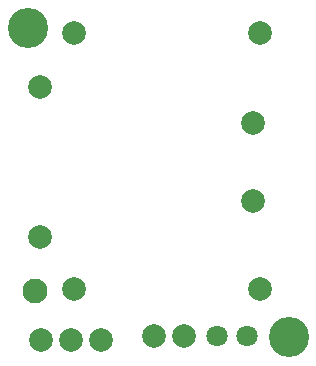
<source format=gts>
G04 #@! TF.FileFunction,Soldermask,Top*
%FSLAX46Y46*%
G04 Gerber Fmt 4.6, Leading zero omitted, Abs format (unit mm)*
G04 Created by KiCad (PCBNEW 4.0.0-2.201511301921+6191~38~ubuntu15.10.1-stable) date Tue 01 Dec 2015 16:42:38 GMT*
%MOMM*%
G01*
G04 APERTURE LIST*
%ADD10C,0.100000*%
%ADD11C,2.100000*%
%ADD12C,2.000000*%
%ADD13C,1.800000*%
%ADD14C,3.399740*%
G04 APERTURE END LIST*
D10*
D11*
X237490000Y-116078000D03*
D12*
X247523000Y-119888000D03*
X250063000Y-119888000D03*
X240538000Y-120269000D03*
X243078000Y-120269000D03*
X237998000Y-120269000D03*
D13*
X252857000Y-119888000D03*
X255397000Y-119888000D03*
D12*
X256540000Y-115951000D03*
X240792000Y-115951000D03*
X256540000Y-94234000D03*
X240792000Y-94234000D03*
X237871000Y-111506000D03*
X237871000Y-98806000D03*
X255905000Y-101854000D03*
X255905000Y-108458000D03*
D14*
X258953000Y-120015000D03*
X236855000Y-93853000D03*
M02*

</source>
